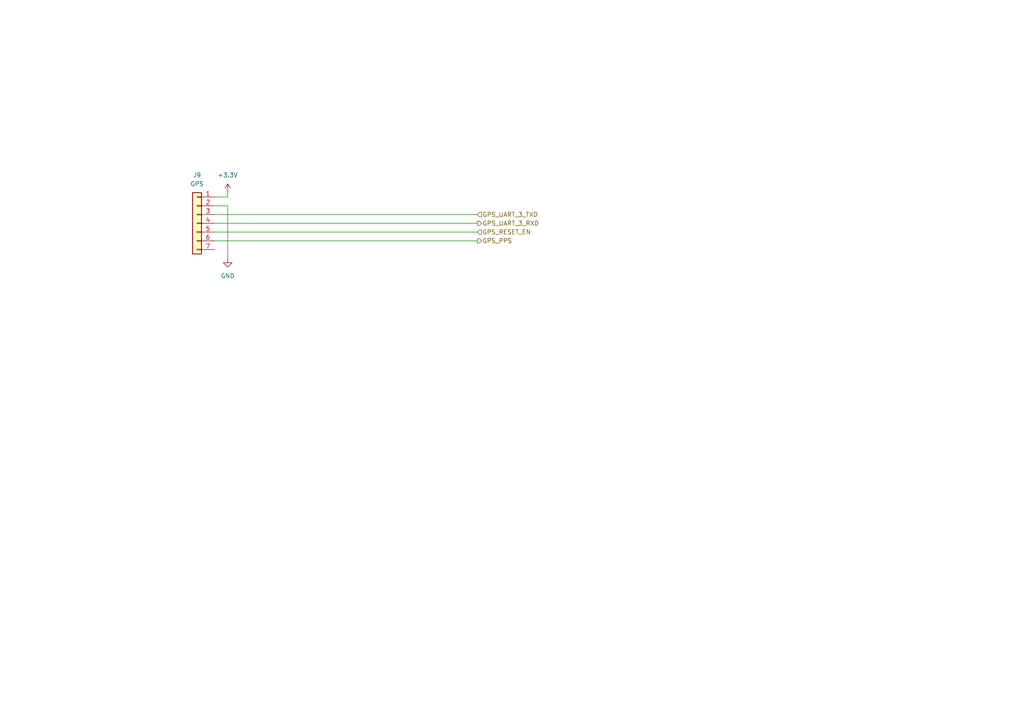
<source format=kicad_sch>
(kicad_sch (version 20211123) (generator eeschema)
  (paper "A4")
  (lib_symbols
    (symbol "Connector_Generic:Conn_01x07" (pin_names (offset 1.016) hide)
      (property "Reference" "J" (at 0 10.16 0))
      (property "Value" "Conn_01x07" (at 0 -10.16 0))
      (symbol "Conn_01x07_1_1"
        (rectangle (start -1.27 -7.493) (end 0 -7.747) (stroke (width 0.1524)))
        (rectangle (start -1.27 -4.953) (end 0 -5.207) (stroke (width 0.1524)))
        (rectangle (start -1.27 -2.413) (end 0 -2.667) (stroke (width 0.1524)))
        (rectangle (start -1.27 0.127) (end 0 -0.127) (stroke (width 0.1524)))
        (rectangle (start -1.27 2.667) (end 0 2.413) (stroke (width 0.1524)))
        (rectangle (start -1.27 5.207) (end 0 4.953) (stroke (width 0.1524)))
        (rectangle (start -1.27 7.747) (end 0 7.493) (stroke (width 0.1524)))
        (rectangle (start -1.27 8.89) (end 1.27 -8.89) (stroke (width 0.254)) (fill (type background)))
        (pin passive line (at -5.08 7.62 0) (length 3.81) (name "Pin_1") (number "1"))
        (pin passive line (at -5.08 5.08 0) (length 3.81) (name "Pin_2") (number "2"))
        (pin passive line (at -5.08 2.54 0) (length 3.81) (name "Pin_3") (number "3"))
        (pin passive line (at -5.08 0 0) (length 3.81) (name "Pin_4") (number "4"))
        (pin passive line (at -5.08 -2.54 0) (length 3.81) (name "Pin_5") (number "5"))
        (pin passive line (at -5.08 -5.08 0) (length 3.81) (name "Pin_6") (number "6"))
        (pin passive line (at -5.08 -7.62 0) (length 3.81) (name "Pin_7") (number "7"))
      )
    )
    (symbol "power:+3.3V" (power) (pin_names (offset 0))
      (property "Value" "+3.3V" (at 0 3.556 0))
      (symbol "+3.3V_0_1"
        (polyline (pts (xy -0.762 1.27) (xy 0 2.54)))
        (polyline (pts (xy 0 0) (xy 0 2.54)))
        (polyline (pts (xy 0 2.54) (xy 0.762 1.27)))
      )
      (symbol "+3.3V_1_1"
        (pin power_in line (at 0 0 90) (length 0) hide (name "+3.3V") (number "1"))
      )
    )
    (symbol "power:GND" (power) (pin_names (offset 0))
      (property "Value" "GND" (at 0 -3.81 0))
      (symbol "GND_0_1"
        (polyline (pts (xy 0 0) (xy 0 -1.27) (xy 1.27 -1.27) (xy 0 -2.54) (xy -1.27 -1.27) (xy 0 -1.27)))
      )
      (symbol "GND_1_1"
        (pin power_in line (at 0 0 270) (length 0) hide (name "GND") (number "1"))
      )
    )
  )
  (wire (pts (xy 62.23 57.15) (xy 66.04 57.15)))
  (wire (pts (xy 62.23 67.31) (xy 138.43 67.31)))
  (wire (pts (xy 66.04 57.15) (xy 66.04 55.88)))
  (wire (pts (xy 62.23 62.23) (xy 138.43 62.23)))
  (wire (pts (xy 62.23 64.77) (xy 138.43 64.77)))
  (wire (pts (xy 62.23 59.69) (xy 66.04 59.69)))
  (wire (pts (xy 62.23 69.85) (xy 138.43 69.85)))
  (wire (pts (xy 66.04 59.69) (xy 66.04 74.93)))
  (hierarchical_label "GPS_PPS" (shape output) (at 138.43 69.85 0))
  (hierarchical_label "GPS_UART_3_TXD" (shape input) (at 138.43 62.23 0))
  (hierarchical_label "GPS_UART_3_RXD" (shape output) (at 138.43 64.77 0))
  (hierarchical_label "GPS_RESET_EN" (shape input) (at 138.43 67.31 0))
  (symbol (lib_id "power:+3.3V") (at 66.04 55.88 0) (mirror y) (unit 1)
    (property "Reference" "#PWR033" (effects hide))
    (property "Value" "+3.3V" (at 66.04 50.8 0))
  )
  (symbol (lib_id "power:GND") (at 66.04 74.93 0) (mirror y) (unit 1)
    (property "Reference" "#PWR034" (effects hide))
    (property "Value" "GND" (at 66.04 80.01 0))
  )
  (symbol (lib_id "Connector_Generic:Conn_01x07") (at 57.15 64.77 0) (mirror y) (unit 1)
    (property "Reference" "J9" (at 57.15 50.8 0))
    (property "Value" "GPS" (at 57.15 53.34 0))
    (property "Footprint" "Connector_JST:JST_XA_B07B-XASK-1_1x07_P2.50mm_Vertical" (effects hide))
  )
)
</source>
